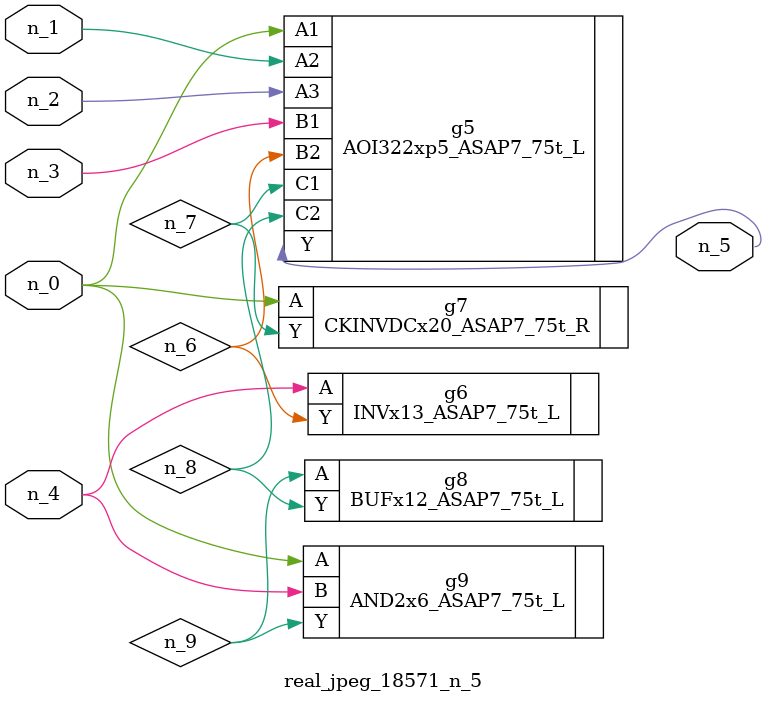
<source format=v>
module real_jpeg_18571_n_5 (n_4, n_0, n_1, n_2, n_3, n_5);

input n_4;
input n_0;
input n_1;
input n_2;
input n_3;

output n_5;

wire n_8;
wire n_6;
wire n_7;
wire n_9;

AOI322xp5_ASAP7_75t_L g5 ( 
.A1(n_0),
.A2(n_1),
.A3(n_2),
.B1(n_3),
.B2(n_6),
.C1(n_7),
.C2(n_8),
.Y(n_5)
);

CKINVDCx20_ASAP7_75t_R g7 ( 
.A(n_0),
.Y(n_7)
);

AND2x6_ASAP7_75t_L g9 ( 
.A(n_0),
.B(n_4),
.Y(n_9)
);

INVx13_ASAP7_75t_L g6 ( 
.A(n_4),
.Y(n_6)
);

BUFx12_ASAP7_75t_L g8 ( 
.A(n_9),
.Y(n_8)
);


endmodule
</source>
